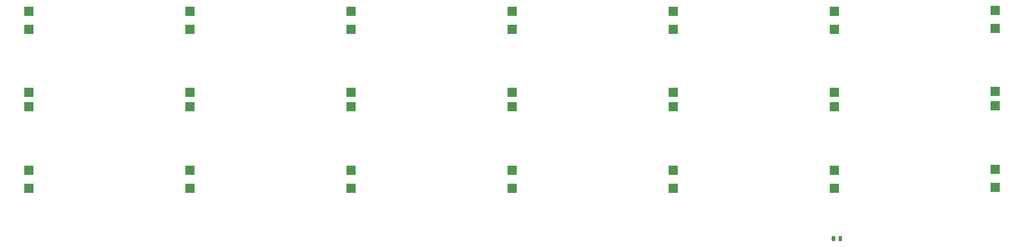
<source format=gbr>
G04 #@! TF.GenerationSoftware,KiCad,Pcbnew,(5.1.9)-1*
G04 #@! TF.CreationDate,2021-03-05T17:13:54-06:00*
G04 #@! TF.ProjectId,X+,582b2e6b-6963-4616-945f-706362585858,3*
G04 #@! TF.SameCoordinates,Original*
G04 #@! TF.FileFunction,Soldermask,Top*
G04 #@! TF.FilePolarity,Negative*
%FSLAX46Y46*%
G04 Gerber Fmt 4.6, Leading zero omitted, Abs format (unit mm)*
G04 Created by KiCad (PCBNEW (5.1.9)-1) date 2021-03-05 17:13:54*
%MOMM*%
%LPD*%
G01*
G04 APERTURE LIST*
%ADD10R,2.500000X2.500000*%
G04 APERTURE END LIST*
G36*
G01*
X374075000Y-207766250D02*
X374075000Y-206853750D01*
G75*
G02*
X374318750Y-206610000I243750J0D01*
G01*
X374806250Y-206610000D01*
G75*
G02*
X375050000Y-206853750I0J-243750D01*
G01*
X375050000Y-207766250D01*
G75*
G02*
X374806250Y-208010000I-243750J0D01*
G01*
X374318750Y-208010000D01*
G75*
G02*
X374075000Y-207766250I0J243750D01*
G01*
G37*
G36*
G01*
X375950000Y-207766250D02*
X375950000Y-206853750D01*
G75*
G02*
X376193750Y-206610000I243750J0D01*
G01*
X376681250Y-206610000D01*
G75*
G02*
X376925000Y-206853750I0J-243750D01*
G01*
X376925000Y-207766250D01*
G75*
G02*
X376681250Y-208010000I-243750J0D01*
G01*
X376193750Y-208010000D01*
G75*
G02*
X375950000Y-207766250I0J243750D01*
G01*
G37*
D10*
X419190087Y-144130573D03*
X419190087Y-149130573D03*
X419190087Y-166530573D03*
X419190087Y-170530573D03*
X419190087Y-188130573D03*
X419190087Y-193130573D03*
X374820087Y-193390573D03*
X374820087Y-188390573D03*
X374820087Y-170790573D03*
X374820087Y-166790573D03*
X374820087Y-149390573D03*
X374820087Y-144390573D03*
X330370087Y-193390573D03*
X330370087Y-188390573D03*
X330370087Y-170790573D03*
X330370087Y-166790573D03*
X330370087Y-149390573D03*
X330370087Y-144390573D03*
X285920087Y-144390573D03*
X285920087Y-149390573D03*
X285920087Y-166790573D03*
X285920087Y-170790573D03*
X285920087Y-188390573D03*
X285920087Y-193390573D03*
X241470087Y-193390573D03*
X241470087Y-188390573D03*
X241470087Y-170790573D03*
X241470087Y-166790573D03*
X241470087Y-149390573D03*
X241470087Y-144390573D03*
X197020087Y-144390573D03*
X197020087Y-149390573D03*
X197020087Y-166790573D03*
X197020087Y-170790573D03*
X197020087Y-188390573D03*
X197020087Y-193390573D03*
X152570087Y-193390573D03*
X152570087Y-188390573D03*
X152570087Y-170790573D03*
X152570087Y-166790573D03*
X152570087Y-149390573D03*
X152570087Y-144390573D03*
M02*

</source>
